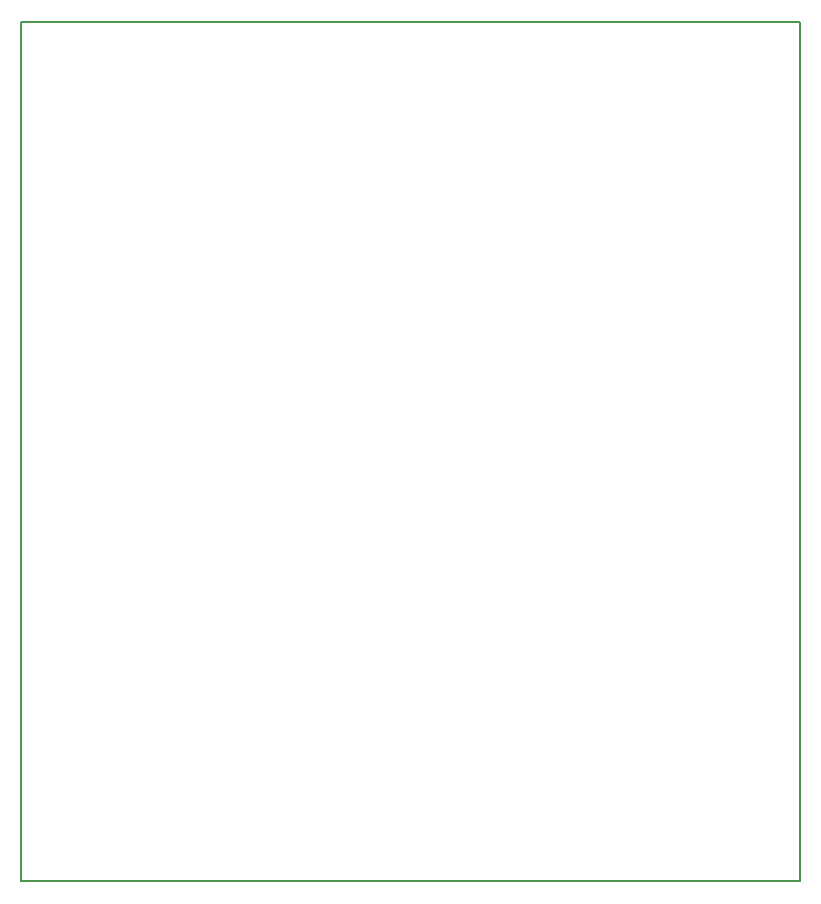
<source format=gbr>
G04 PROTEUS RS274X GERBER FILE*
%FSLAX45Y45*%
%MOMM*%
G01*
%ADD20C,0.203200*%
D20*
X+39941Y+39466D02*
X+6637261Y+39466D01*
X+6637261Y+7313126D01*
X+39941Y+7313126D01*
X+39941Y+39466D01*
M02*

</source>
